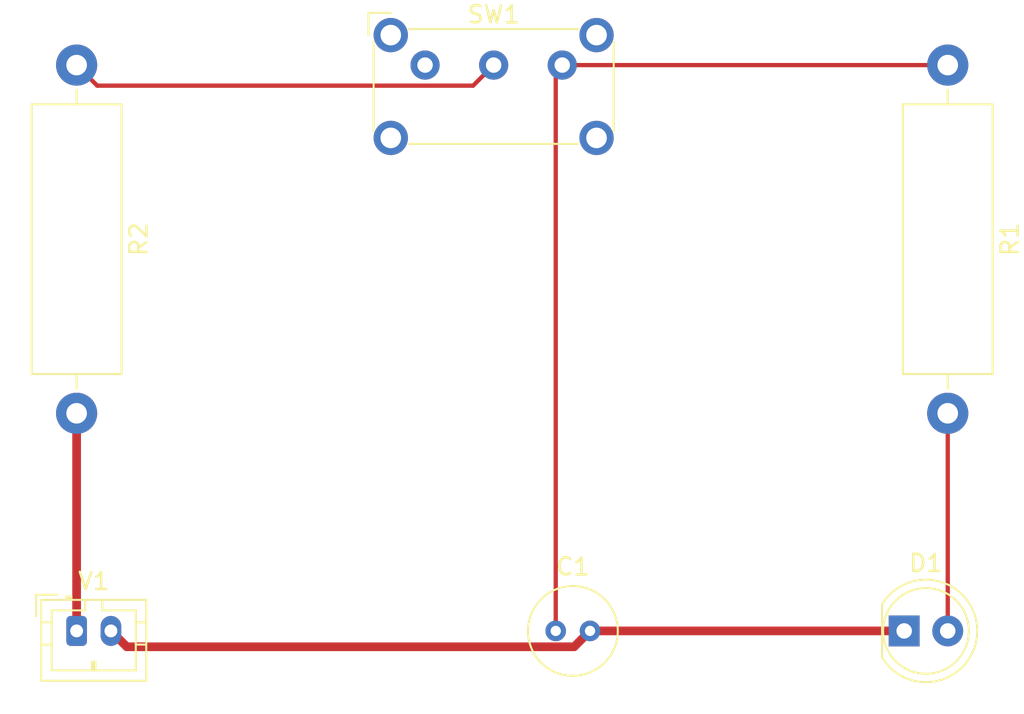
<source format=kicad_pcb>
(kicad_pcb (version 20211014) (generator pcbnew)
  (layers (0 "F.Cu" signal) (31 "B.Cu" signal) (34 "B.Paste" user) (35 "F.Paste" user) (36 "B.SilkS" user "B.Silkscreen") (37 "F.SilkS" user "F.Silkscreen") (38 "B.Mask" user) (39 "F.Mask" user) (44 "Edge.Cuts" user))
  (net 0 "")
  (net 1 "Net-(C1-Pad1)")
  (net 2 "Net-(C1-Pad2)")
  (net 3 "Net-(D1-Pad2)")
  (net 4 "Net-(R2-Pad1)")
  (net 5 "Net-(R2-Pad2)")
  (footprint "Button_Switch_THT:SW_E-Switch_EG1224_SPDT_Angled" (layer "F.Cu") (at 134.62 86.36)
    (fp_text reference "SW1" (at 4 -2.95) (layer "F.SilkS"))
    (fp_text value "Switch")
    (fp_line (start -0.95 -2.1) (end 8.95 -2.1) (layer "F.SilkS") (width 0.12))
    (fp_line (start 11 -1.35) (end 11 3.85) (layer "F.SilkS") (width 0.12))
    (fp_line (start -3.3 -1.75) (end -3.3 -3.05) (layer "F.SilkS") (width 0.12))
    (fp_line (start -3 3.85) (end -3 -1.35) (layer "F.SilkS") (width 0.12))
    (fp_line (start 8.95 4.6) (end -0.95 4.6) (layer "F.SilkS") (width 0.12))
    (fp_line (start -3.3 -3.05) (end -2 -3.05) (layer "F.SilkS") (width 0.12))
    (pad "" thru_hole circle (at 10 4.25) (size 2 2) (drill 1.2) (layers *.Cu *.Mask))
    (pad "" thru_hole circle (at -2 -1.75) (size 2 2) (drill 1.2) (layers *.Cu *.Mask))
    (pad "" thru_hole circle (at -2 4.25) (size 2 2) (drill 1.2) (layers *.Cu *.Mask))
    (pad "" thru_hole circle (at 10 -1.75) (size 2 2) (drill 1.2) (layers *.Cu *.Mask))
    (pad "1" thru_hole circle (at 0 0) (size 1.7 1.7) (drill 0.9) (layers *.Cu *.Mask))
    (pad "2" thru_hole circle (at 4 0) (size 1.7 1.7) (drill 0.9) (layers *.Cu *.Mask) (net 4 "Net-(R2-Pad1)"))
    (pad "3" thru_hole circle (at 8 0) (size 1.7 1.7) (drill 0.9) (layers *.Cu *.Mask) (net 1 "Net-(C1-Pad1)"))
  )
  (footprint "Connector_JST:JST_PH_B2B-PH-K_1x02_P2.00mm_Vertical" (layer "F.Cu") (at 114.3 119.38)
    (fp_text reference "V1" (at 1 -2.9) (layer "F.SilkS"))
    (fp_text value "9 V")
    (fp_line (start 3.45 2.3) (end 3.45 -1.2) (layer "F.SilkS") (width 0.12))
    (fp_line (start -2.06 2.91) (end 4.06 2.91) (layer "F.SilkS") (width 0.12))
    (fp_line (start 4.06 -0.5) (end 3.45 -0.5) (layer "F.SilkS") (width 0.12))
    (fp_line (start 1.1 1.8) (end 1.1 2.3) (layer "F.SilkS") (width 0.12))
    (fp_line (start 4.06 2.91) (end 4.06 -1.81) (layer "F.SilkS") (width 0.12))
    (fp_line (start 0.5 -1.2) (end -1.45 -1.2) (layer "F.SilkS") (width 0.12))
    (fp_line (start 0.9 1.8) (end 1.1 1.8) (layer "F.SilkS") (width 0.12))
    (fp_line (start -0.3 -2.01) (end -0.6 -2.01) (layer "F.SilkS") (width 0.12))
    (fp_line (start -2.06 0.8) (end -1.45 0.8) (layer "F.SilkS") (width 0.12))
    (fp_line (start -1.45 -1.2) (end -1.45 2.3) (layer "F.SilkS") (width 0.12))
    (fp_line (start -2.06 -1.81) (end -2.06 2.91) (layer "F.SilkS") (width 0.12))
    (fp_line (start -0.6 -2.01) (end -0.6 -1.81) (layer "F.SilkS") (width 0.12))
    (fp_line (start -0.3 -1.91) (end -0.6 -1.91) (layer "F.SilkS") (width 0.12))
    (fp_line (start -1.11 -2.11) (end -2.36 -2.11) (layer "F.SilkS") (width 0.12))
    (fp_line (start 0.9 2.3) (end 0.9 1.8) (layer "F.SilkS") (width 0.12))
    (fp_line (start -2.06 -0.5) (end -1.45 -0.5) (layer "F.SilkS") (width 0.12))
    (fp_line (start 4.06 0.8) (end 3.45 0.8) (layer "F.SilkS") (width 0.12))
    (fp_line (start 1 2.3) (end 1 1.8) (layer "F.SilkS") (width 0.12))
    (fp_line (start -2.36 -2.11) (end -2.36 -0.86) (layer "F.SilkS") (width 0.12))
    (fp_line (start 4.06 -1.81) (end -2.06 -1.81) (layer "F.SilkS") (width 0.12))
    (fp_line (start 1.5 -1.2) (end 1.5 -1.81) (layer "F.SilkS") (width 0.12))
    (fp_line (start 0.5 -1.81) (end 0.5 -1.2) (layer "F.SilkS") (width 0.12))
    (fp_line (start -0.3 -1.81) (end -0.3 -2.01) (layer "F.SilkS") (width 0.12))
    (fp_line (start -1.45 2.3) (end 3.45 2.3) (layer "F.SilkS") (width 0.12))
    (fp_line (start 3.45 -1.2) (end 1.5 -1.2) (layer "F.SilkS") (width 0.12))
    (pad "1" thru_hole roundrect (at 0 0) (size 1.2 1.75) (drill 0.75) (layers *.Cu *.Mask) (roundrect_rratio 0.208333) (net 5 "Net-(R2-Pad2)"))
    (pad "2" thru_hole oval (at 2 0) (size 1.2 1.75) (drill 0.75) (layers *.Cu *.Mask) (net 2 "Net-(C1-Pad2)"))
  )
  (footprint "LED_THT:LED_D5.0mm" (layer "F.Cu") (at 162.56 119.38)
    (fp_text reference "D1" (at 1.27 -3.96) (layer "F.SilkS"))
    (fp_text value "LED")
    (fp_line (start -1.29 -1.545) (end -1.29 1.545) (layer "F.SilkS") (width 0.12))
    (fp_arc (start 4.26 -0.000462) (mid 2.072002 2.880433) (end -1.29 1.54483) (layer "F.SilkS") (width 0.12))
    (fp_arc (start -1.29 -1.54483) (mid 2.072002 -2.880433) (end 4.26 0.000462) (layer "F.SilkS") (width 0.12))
    (fp_circle (center 1.27 0) (end 3.77 0) (layer "F.SilkS") (width 0.12) (fill none))
    (pad "1" thru_hole rect (at 0 0) (size 1.8 1.8) (drill 0.9) (layers *.Cu *.Mask) (net 2 "Net-(C1-Pad2)"))
    (pad "2" thru_hole circle (at 2.54 0) (size 1.8 1.8) (drill 0.9) (layers *.Cu *.Mask) (net 3 "Net-(D1-Pad2)"))
  )
  (footprint "Resistor_THT:R_Axial_DIN0516_L15.5mm_D5.0mm_P20.32mm_Horizontal" (layer "F.Cu") (at 165.1 86.36 -90)
    (fp_text reference "R1" (at 10.16 -3.62 90) (layer "F.SilkS"))
    (fp_text value "20 kOhms")
    (fp_line (start 1.44 0) (end 2.29 0) (layer "F.SilkS") (width 0.12))
    (fp_line (start 18.88 0) (end 18.03 0) (layer "F.SilkS") (width 0.12))
    (fp_line (start 2.29 -2.62) (end 2.29 2.62) (layer "F.SilkS") (width 0.12))
    (fp_line (start 2.29 2.62) (end 18.03 2.62) (layer "F.SilkS") (width 0.12))
    (fp_line (start 18.03 2.62) (end 18.03 -2.62) (layer "F.SilkS") (width 0.12))
    (fp_line (start 18.03 -2.62) (end 2.29 -2.62) (layer "F.SilkS") (width 0.12))
    (pad "1" thru_hole circle (at 0 0 270) (size 2.4 2.4) (drill 1.2) (layers *.Cu *.Mask) (net 1 "Net-(C1-Pad1)"))
    (pad "2" thru_hole oval (at 20.32 0 270) (size 2.4 2.4) (drill 1.2) (layers *.Cu *.Mask) (net 3 "Net-(D1-Pad2)"))
  )
  (footprint "Resistor_THT:R_Axial_DIN0516_L15.5mm_D5.0mm_P20.32mm_Horizontal" (layer "F.Cu") (at 114.3 86.36 -90)
    (fp_text reference "R2" (at 10.16 -3.62 90) (layer "F.SilkS"))
    (fp_text value "2.2 kOhms")
    (fp_line (start 18.03 2.62) (end 18.03 -2.62) (layer "F.SilkS") (width 0.12))
    (fp_line (start 18.88 0) (end 18.03 0) (layer "F.SilkS") (width 0.12))
    (fp_line (start 1.44 0) (end 2.29 0) (layer "F.SilkS") (width 0.12))
    (fp_line (start 2.29 2.62) (end 18.03 2.62) (layer "F.SilkS") (width 0.12))
    (fp_line (start 2.29 -2.62) (end 2.29 2.62) (layer "F.SilkS") (width 0.12))
    (fp_line (start 18.03 -2.62) (end 2.29 -2.62) (layer "F.SilkS") (width 0.12))
    (pad "1" thru_hole circle (at 0 0 270) (size 2.4 2.4) (drill 1.2) (layers *.Cu *.Mask) (net 4 "Net-(R2-Pad1)"))
    (pad "2" thru_hole oval (at 20.32 0 270) (size 2.4 2.4) (drill 1.2) (layers *.Cu *.Mask) (net 5 "Net-(R2-Pad2)"))
  )
  (footprint "Capacitor_THT:C_Radial_D5.0mm_H5.0mm_P2.00mm" (layer "F.Cu") (at 142.24 119.38)
    (fp_text reference "C1" (at 1 -3.75) (layer "F.SilkS"))
    (fp_text value "4.7 uF")
    (fp_circle (center 1 0) (end 3.62 0) (layer "F.SilkS") (width 0.12) (fill none))
    (pad "1" thru_hole circle (at 0 0) (size 1.2 1.2) (drill 0.6) (layers *.Cu *.Mask) (net 1 "Net-(C1-Pad1)"))
    (pad "2" thru_hole circle (at 2 0) (size 1.2 1.2) (drill 0.6) (layers *.Cu *.Mask) (net 2 "Net-(C1-Pad2)"))
  )
  (segment (start 142.24 119.38) (end 142.24 86.74) (width 0.25) (layer "F.Cu") (net 1))
  (segment (start 142.62 86.36) (end 165.1 86.36) (width 0.25) (layer "F.Cu") (net 1))
  (segment (start 142.24 86.74) (end 142.62 86.36) (width 0.25) (layer "F.Cu") (net 1))
  (segment (start 117.225 120.305) (end 143.315 120.305) (width 0.508) (layer "F.Cu") (net 2))
  (segment (start 143.315 120.305) (end 144.24 119.38) (width 0.508) (layer "F.Cu") (net 2))
  (segment (start 162.56 119.38) (end 144.24 119.38) (width 0.508) (layer "F.Cu") (net 2))
  (segment (start 116.3 119.38) (end 117.225 120.305) (width 0.508) (layer "F.Cu") (net 2))
  (segment (start 165.1 106.68) (end 165.1 119.38) (width 0.25) (layer "F.Cu") (net 3))
  (segment (start 114.3 86.36) (end 115.5 87.56) (width 0.25) (layer "F.Cu") (net 4))
  (segment (start 137.42 87.56) (end 138.62 86.36) (width 0.25) (layer "F.Cu") (net 4))
  (segment (start 115.5 87.56) (end 137.42 87.56) (width 0.25) (layer "F.Cu") (net 4))
  (segment (start 114.3 106.68) (end 114.3 119.38) (width 0.508) (layer "F.Cu") (net 5))
)
</source>
